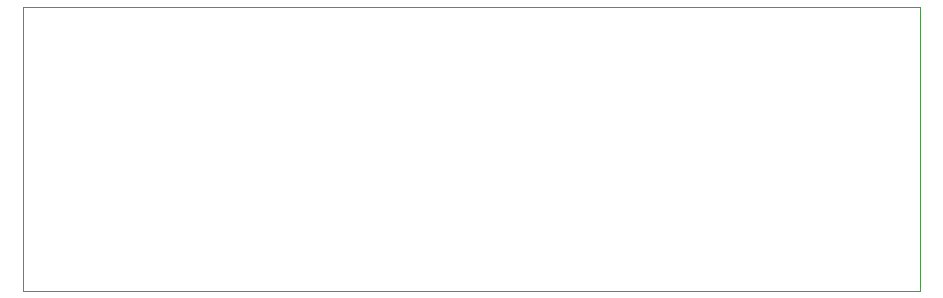
<source format=gbr>
%TF.GenerationSoftware,KiCad,Pcbnew,5.1.12-84ad8e8a86~92~ubuntu20.04.1*%
%TF.CreationDate,2021-11-18T17:44:13-07:00*%
%TF.ProjectId,snail-bot,736e6169-6c2d-4626-9f74-2e6b69636164,rev?*%
%TF.SameCoordinates,Original*%
%TF.FileFunction,Profile,NP*%
%FSLAX46Y46*%
G04 Gerber Fmt 4.6, Leading zero omitted, Abs format (unit mm)*
G04 Created by KiCad (PCBNEW 5.1.12-84ad8e8a86~92~ubuntu20.04.1) date 2021-11-18 17:44:13*
%MOMM*%
%LPD*%
G01*
G04 APERTURE LIST*
%TA.AperFunction,Profile*%
%ADD10C,0.050000*%
%TD*%
G04 APERTURE END LIST*
D10*
X40000000Y-87000000D02*
X40000000Y-63000000D01*
X116000000Y-87000000D02*
X40000000Y-87000000D01*
X116000000Y-63000000D02*
X116000000Y-87000000D01*
X40000000Y-63000000D02*
X116000000Y-63000000D01*
M02*

</source>
